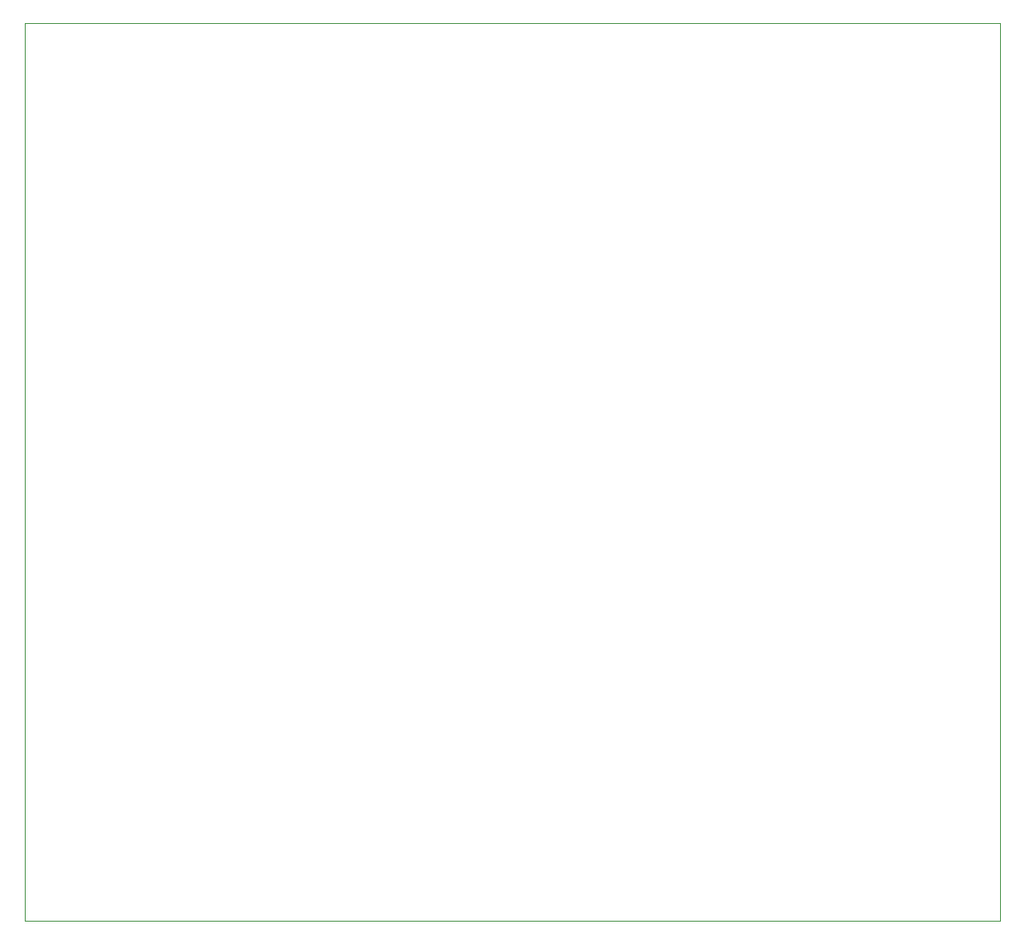
<source format=gbr>
*
%LPD*%
%LNProfile*%
%FSLAX25Y25*%
%MOIN*%
%AD*%
%AD*%
%ADD60C,0.001*%
G54D60*
%SRX1Y1I0.0J0.0*%
G1X0Y0D2*
G1X0Y350000D1*
G1X380000Y350000D1*
G1X380000Y0D1*
G1X0Y0D1*
M2*

</source>
